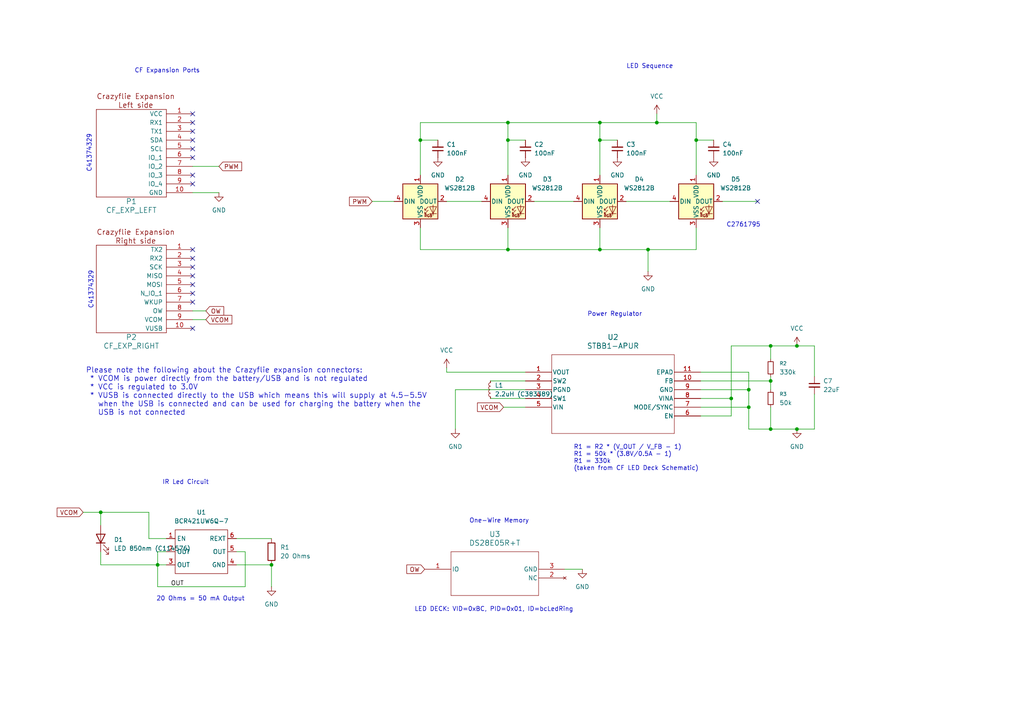
<source format=kicad_sch>
(kicad_sch (version 20250114) (generator "eeschema") (generator_version "9.0")
  (paper "A4")
  (title_block (title "Crazyflie Active Vicon LED Deck") (date "2025-08-07") (rev "v1.0") (company "DASC Lab, University of Michigan"))
  (lib_symbols
    (symbol "CF_EXP_LEFT_2" (pin_names (offset 1.016))
      (property "Reference" "P" (at 0 -13.97 0))
      (property "Value" "CF_EXP_LEFT" (at 0 -16.51 0))
      (symbol "CF_EXP_LEFT_2_0_0"
        (rectangle (start -10.16 12.7) (end 10.16 12.7))
        (rectangle (start -10.16 -12.7) (end -10.16 12.7))
        (rectangle (start 10.16 12.7) (end 10.16 -12.7))
        (rectangle (start 10.16 -12.7) (end -10.16 -12.7))
        (text "Crazyflie Expansion" (at 1.27 16.51 0) (effects (font (size 1.524 1.524))))
        (text "Left side" (at 1.27 13.97 0) (effects (font (size 1.524 1.524))))
      )
      (symbol "CF_EXP_LEFT_2_1_1"
        (pin power_out line (at 17.78 11.43 180) (length 7.62) (name "VCC") (number "1"))
        (pin bidirectional line (at 17.78 8.89 180) (length 7.62) (name "RX1") (number "2"))
        (pin bidirectional line (at 17.78 6.35 180) (length 7.62) (name "TX1") (number "3"))
        (pin output line (at 17.78 3.81 180) (length 7.62) (name "SDA") (number "4"))
        (pin bidirectional line (at 17.78 1.27 180) (length 7.62) (name "SCL") (number "5"))
        (pin bidirectional line (at 17.78 -1.27 180) (length 7.62) (name "IO_1") (number "6"))
        (pin bidirectional line (at 17.78 -3.81 180) (length 7.62) (name "IO_2") (number "7"))
        (pin bidirectional line (at 17.78 -6.35 180) (length 7.62) (name "IO_3") (number "8"))
        (pin bidirectional line (at 17.78 -8.89 180) (length 7.62) (name "IO_4") (number "9"))
        (pin power_out line (at 17.78 -11.43 180) (length 7.62) (name "GND") (number "10"))
      )
    )
    (symbol "CF_EXP_RIGHT_2" (pin_names (offset 1.016))
      (property "Reference" "P" (at 0 -13.97 0))
      (property "Value" "CF_EXP_RIGHT" (at 0 -16.51 0))
      (symbol "CF_EXP_RIGHT_2_0_0"
        (rectangle (start -10.16 12.7) (end 10.16 12.7))
        (rectangle (start -10.16 -12.7) (end -10.16 12.7))
        (rectangle (start 10.16 12.7) (end 10.16 -12.7))
        (rectangle (start 10.16 -12.7) (end -10.16 -12.7))
        (text "Crazyflie Expansion" (at 1.27 16.51 0) (effects (font (size 1.524 1.524))))
        (text "Right side" (at 1.27 13.97 0) (effects (font (size 1.524 1.524))))
      )
      (symbol "CF_EXP_RIGHT_2_1_1"
        (pin bidirectional line (at 17.78 11.43 180) (length 7.62) (name "TX2") (number "1"))
        (pin bidirectional line (at 17.78 8.89 180) (length 7.62) (name "RX2") (number "2"))
        (pin output line (at 17.78 6.35 180) (length 7.62) (name "SCK") (number "3"))
        (pin bidirectional line (at 17.78 3.81 180) (length 7.62) (name "MISO") (number "4"))
        (pin bidirectional line (at 17.78 1.27 180) (length 7.62) (name "MOSI") (number "5"))
        (pin bidirectional line (at 17.78 -1.27 180) (length 7.62) (name "N_IO_1") (number "6"))
        (pin bidirectional line (at 17.78 -3.81 180) (length 7.62) (name "WKUP") (number "7"))
        (pin bidirectional line (at 17.78 -6.35 180) (length 7.62) (name "OW") (number "8"))
        (pin power_out line (at 17.78 -8.89 180) (length 7.62) (name "VCOM") (number "9"))
        (pin power_out line (at 17.78 -11.43 180) (length 7.62) (name "VUSB") (number "10"))
      )
    )
    (symbol "DS28E05:DS28E05R+T" (pin_names (offset 0.254))
      (property "Reference" "U" (at 20.32 10.16 0))
      (property "Value" "DS28E05R+T" (at 20.32 7.62 0))
      (symbol "DS28E05R+T_0_1"
        (polyline (pts (xy 7.62 5.08) (xy 7.62 -7.62)) (stroke (width 0.127)))
        (polyline (pts (xy 7.62 -7.62) (xy 33.02 -7.62)) (stroke (width 0.127)))
        (polyline (pts (xy 33.02 5.08) (xy 7.62 5.08)) (stroke (width 0.127)))
        (polyline (pts (xy 33.02 -7.62) (xy 33.02 5.08)) (stroke (width 0.127)))
        (pin bidirectional line (at 0 0 0) (length 7.62) (name "IO") (number "1"))
        (pin power_in line (at 40.64 0 180) (length 7.62) (name "GND") (number "3"))
        (pin no_connect line (at 40.64 -2.54 180) (length 7.62) (name "NC") (number "2"))
      )
    )
    (symbol "Device:C_Small" (pin_numbers (hide yes)) (pin_names (offset 0.254) (hide yes))
      (property "Reference" "C" (at 0.254 1.778 0))
      (property "Value" "C_Small" (at 0.254 -2.032 0))
      (symbol "C_Small_0_1"
        (polyline (pts (xy -1.524 0.508) (xy 1.524 0.508)) (stroke (width 0.3048)))
        (polyline (pts (xy -1.524 -0.508) (xy 1.524 -0.508)) (stroke (width 0.3302)))
      )
      (symbol "C_Small_1_1"
        (pin passive line (at 0 2.54 270) (length 2.032) (name "~") (number "1"))
        (pin passive line (at 0 -2.54 90) (length 2.032) (name "~") (number "2"))
      )
    )
    (symbol "Device:LED" (pin_numbers (hide yes)) (pin_names (offset 1.016) (hide yes))
      (property "Reference" "D" (at 0 2.54 0))
      (property "Value" "LED" (at 0 -2.54 0))
      (symbol "LED_0_1"
        (polyline (pts (xy -3.048 -0.762) (xy -4.572 -2.286) (xy -3.81 -2.286) (xy -4.572 -2.286) (xy -4.572 -1.524)))
        (polyline (pts (xy -1.778 -0.762) (xy -3.302 -2.286) (xy -2.54 -2.286) (xy -3.302 -2.286) (xy -3.302 -1.524)))
        (polyline (pts (xy -1.27 0) (xy 1.27 0)))
        (polyline (pts (xy -1.27 -1.27) (xy -1.27 1.27)) (stroke (width 0.254)))
        (polyline (pts (xy 1.27 -1.27) (xy 1.27 1.27) (xy -1.27 0) (xy 1.27 -1.27)) (stroke (width 0.254)))
      )
      (symbol "LED_1_1"
        (pin passive line (at -3.81 0 0) (length 2.54) (name "K") (number "1"))
        (pin passive line (at 3.81 0 180) (length 2.54) (name "A") (number "2"))
      )
    )
    (symbol "Device:L_Small" (pin_numbers (hide yes)) (pin_names (offset 0.254) (hide yes))
      (property "Reference" "L" (at 0.762 1.016 0))
      (property "Value" "L_Small" (at 0.762 -1.016 0))
      (symbol "L_Small_0_1"
        (arc (start 0 2.032) (mid 0.5058 1.524) (end 0 1.016))
        (arc (start 0 1.016) (mid 0.5058 0.508) (end 0 0))
        (arc (start 0 0) (mid 0.5058 -0.508) (end 0 -1.016))
        (arc (start 0 -1.016) (mid 0.5058 -1.524) (end 0 -2.032))
      )
      (symbol "L_Small_1_1"
        (pin passive line (at 0 2.54 270) (length 0.508) (name "~") (number "1"))
        (pin passive line (at 0 -2.54 90) (length 0.508) (name "~") (number "2"))
      )
    )
    (symbol "Device:R" (pin_numbers (hide yes)) (pin_names (offset 0))
      (property "Reference" "R" (at 2.032 0 90))
      (property "Value" "R" (at 0 0 90))
      (symbol "R_0_1"
        (rectangle (start -1.016 -2.54) (end 1.016 2.54) (stroke (width 0.254)))
      )
      (symbol "R_1_1"
        (pin passive line (at 0 3.81 270) (length 1.27) (name "~") (number "1"))
        (pin passive line (at 0 -3.81 90) (length 1.27) (name "~") (number "2"))
      )
    )
    (symbol "Device:R_Small" (pin_numbers (hide yes)) (pin_names (offset 0.254) (hide yes))
      (property "Reference" "R" (at 0 0 90))
      (property "Value" "R_Small" (at 1.778 0 90))
      (symbol "R_Small_0_1"
        (rectangle (start -0.762 1.778) (end 0.762 -1.778) (stroke (width 0.2032)))
      )
      (symbol "R_Small_1_1"
        (pin passive line (at 0 2.54 270) (length 0.762) (name "~") (number "1"))
        (pin passive line (at 0 -2.54 90) (length 0.762) (name "~") (number "2"))
      )
    )
    (symbol "LED:WS2812B" (pin_names (offset 0.254))
      (property "Reference" "D" (at 5.08 5.715 0))
      (property "Value" "WS2812B" (at 1.27 -5.715 0))
      (symbol "WS2812B_0_0"
        (text "RGB" (at 2.286 -4.191 0) (effects (font (size 0.762 0.762))))
      )
      (symbol "WS2812B_0_1"
        (polyline (pts (xy 1.27 -2.54) (xy 1.778 -2.54)))
        (polyline (pts (xy 1.27 -3.556) (xy 1.778 -3.556)))
        (polyline (pts (xy 2.286 -1.524) (xy 1.27 -2.54) (xy 1.27 -2.032)))
        (polyline (pts (xy 2.286 -2.54) (xy 1.27 -3.556) (xy 1.27 -3.048)))
        (polyline (pts (xy 3.683 -1.016) (xy 3.683 -3.556) (xy 3.683 -4.064)))
        (polyline (pts (xy 4.699 -1.524) (xy 2.667 -1.524) (xy 3.683 -3.556) (xy 4.699 -1.524)))
        (polyline (pts (xy 4.699 -3.556) (xy 2.667 -3.556)))
        (rectangle (start 5.08 5.08) (end -5.08 -5.08) (stroke (width 0.254)) (fill (type background)))
      )
      (symbol "WS2812B_1_1"
        (pin input line (at -7.62 0 0) (length 2.54) (name "DIN") (number "4"))
        (pin power_in line (at 0 7.62 270) (length 2.54) (name "VDD") (number "1"))
        (pin power_in line (at 0 -7.62 90) (length 2.54) (name "VSS") (number "3"))
        (pin output line (at 7.62 0 180) (length 2.54) (name "DOUT") (number "2"))
      )
    )
    (symbol "LED_Driver_BCR421:BCR421UW6Q-7"
      (property "Reference" "U1" (at 0 11.43 0))
      (property "Value" "BCR421UW6Q-7" (at 0 8.89 0))
      (symbol "BCR421UW6Q-7_0_1"
        (rectangle (start -7.62 6.35) (end 7.62 -6.35))
      )
      (symbol "BCR421UW6Q-7_1_1"
        (pin input line (at -10.16 3.81 0) (length 2.54) (name "EN") (number "1"))
        (pin output line (at -10.16 0 0) (length 2.54) (name "OUT") (number "2"))
        (pin output line (at -10.16 -3.81 0) (length 2.54) (name "OUT") (number "3"))
        (pin input line (at 10.16 3.81 180) (length 2.54) (name "REXT") (number "6"))
        (pin output line (at 10.16 0 180) (length 2.54) (name "OUT") (number "5"))
        (pin power_in line (at 10.16 -3.81 180) (length 2.54) (name "GND") (number "4"))
      )
    )
    (symbol "STBB1-APUR:STBB1-APUR" (pin_names (offset 0.254))
      (property "Reference" "U" (at 25.4 10.16 0))
      (property "Value" "STBB1-APUR" (at 25.4 7.62 0))
      (symbol "STBB1-APUR_0_1"
        (polyline (pts (xy 7.62 5.08) (xy 7.62 -17.78)) (stroke (width 0.127)))
        (polyline (pts (xy 7.62 -17.78) (xy 43.18 -17.78)) (stroke (width 0.127)))
        (polyline (pts (xy 43.18 5.08) (xy 7.62 5.08)) (stroke (width 0.127)))
        (polyline (pts (xy 43.18 -17.78) (xy 43.18 5.08)) (stroke (width 0.127)))
        (pin power_in line (at 0 0 0) (length 7.62) (name "VOUT") (number "1"))
        (pin bidirectional line (at 0 -2.54 0) (length 7.62) (name "SW2") (number "2"))
        (pin power_out line (at 0 -5.08 0) (length 7.62) (name "PGND") (number "3"))
        (pin bidirectional line (at 0 -7.62 0) (length 7.62) (name "SW1") (number "4"))
        (pin power_in line (at 0 -10.16 0) (length 7.62) (name "VIN") (number "5"))
        (pin power_out line (at 50.8 0 180) (length 7.62) (name "EPAD") (number "11"))
        (pin unspecified line (at 50.8 -2.54 180) (length 7.62) (name "FB") (number "10"))
        (pin power_out line (at 50.8 -5.08 180) (length 7.62) (name "GND") (number "9"))
        (pin power_in line (at 50.8 -7.62 180) (length 7.62) (name "VINA") (number "8"))
        (pin unspecified line (at 50.8 -10.16 180) (length 7.62) (name "MODE/SYNC") (number "7"))
        (pin unspecified line (at 50.8 -12.7 180) (length 7.62) (name "EN") (number "6"))
      )
    )
    (symbol "power:GND" (power) (pin_numbers (hide yes)) (pin_names (offset 0) (hide yes))
      (property "Value" "GND" (at 0 -3.81 0))
      (symbol "GND_0_1"
        (polyline (pts (xy 0 0) (xy 0 -1.27) (xy 1.27 -1.27) (xy 0 -2.54) (xy -1.27 -1.27) (xy 0 -1.27)))
      )
      (symbol "GND_1_1"
        (pin power_in line (at 0 0 270) (length 0) (name "~") (number "1"))
      )
    )
    (symbol "power:VCC" (power) (pin_numbers (hide yes)) (pin_names (offset 0) (hide yes))
      (property "Value" "VCC" (at 0 3.556 0))
      (symbol "VCC_0_1"
        (polyline (pts (xy -0.762 1.27) (xy 0 2.54)))
        (polyline (pts (xy 0 2.54) (xy 0.762 1.27)))
        (polyline (pts (xy 0 0) (xy 0 2.54)))
      )
      (symbol "VCC_1_1"
        (pin power_in line (at 0 0 90) (length 0) (name "~") (number "1"))
      )
    )
  )
  (text "C2761795" (at 215.646 65.278 0) (effects (font (size 1.27 1.27))))
  (text "LED Sequence\n" (at 188.468 19.304 0) (effects (font (size 1.27 1.27))))
  (text "CF Expansion Ports" (at 48.514 20.574 0) (effects (font (size 1.27 1.27))))
  (text "R1 = R2 * (V_OUT / V_FB - 1)\nR1 = 50k * (3.8V/0.5A - 1)\nR1 = 330k\n(taken from CF LED Deck Schematic)" (at 166.37 132.842 0) (effects (font (size 1.27 1.27)) (justify left)))
  (text "C41374329" (at 26.416 84.074 90) (effects (font (size 1.27 1.27))))
  (text "IR Led Circuit" (at 53.848 139.954 0) (effects (font (size 1.27 1.27))))
  (text "One-Wire Memory\n" (at 144.78 151.13 0) (effects (font (size 1.27 1.27))))
  (text "Power Regulator\n" (at 178.308 91.186 0) (effects (font (size 1.27 1.27))))
  (text "C41374329" (at 25.908 44.45 90) (effects (font (size 1.27 1.27))))
  (text "20 Ohms = 50 mA Output" (at 58.166 173.736 0) (effects (font (size 1.27 1.27))))
  (text "LED DECK: VID=0xBC, PID=0x01, ID=bcLedRing" (at 143.256 176.784 0) (effects (font (size 1.27 1.27))))
  (text "Please note the following about the Crazyflie expansion connectors:\n * VCOM is power directly from the battery/USB and is not regulated\n * VCC is regulated to 3.0V\n * VUSB is connected directly to the USB which means this will supply at 4.5-5.5V\n   when the USB is connected and can be used for charging the battery when the\n   USB is not connected" (at 24.892 120.65 0) (effects (font (size 1.524 1.524)) (justify left bottom)))
  (junction (at 173.99 72.39))
  (junction (at 187.96 72.39))
  (junction (at 223.52 100.33))
  (junction (at 223.52 124.46))
  (junction (at 147.32 40.64))
  (junction (at 212.09 115.57))
  (junction (at 217.17 118.11))
  (junction (at 78.74 163.83))
  (junction (at 201.93 40.64))
  (junction (at 121.92 40.64))
  (junction (at 231.14 124.46))
  (junction (at 45.72 163.83))
  (junction (at 147.32 35.56))
  (junction (at 29.21 148.59))
  (junction (at 231.14 100.33))
  (junction (at 173.99 35.56))
  (junction (at 173.99 40.64))
  (junction (at 190.5 35.56))
  (junction (at 223.52 110.49))
  (junction (at 147.32 72.39))
  (junction (at 217.17 113.03))
  (no_connect (at 55.88 95.25))
  (no_connect (at 55.88 38.1))
  (no_connect (at 55.88 40.64))
  (no_connect (at 55.88 80.01))
  (no_connect (at 55.88 43.18))
  (no_connect (at 55.88 72.39))
  (no_connect (at 55.88 85.09))
  (no_connect (at 219.71 58.42))
  (no_connect (at 55.88 77.47))
  (no_connect (at 55.88 82.55))
  (no_connect (at 55.88 45.72))
  (no_connect (at 55.88 33.02))
  (no_connect (at 55.88 87.63))
  (no_connect (at 55.88 53.34))
  (no_connect (at 55.88 74.93))
  (no_connect (at 55.88 35.56))
  (no_connect (at 55.88 50.8))
  (wire (pts (xy 201.93 40.64) (xy 207.01 40.64)))
  (wire (pts (xy 129.54 58.42) (xy 139.7 58.42)))
  (wire (pts (xy 146.05 118.11) (xy 152.4 118.11)))
  (wire (pts (xy 68.58 160.02) (xy 71.12 160.02)))
  (wire (pts (xy 78.74 163.83) (xy 78.74 170.18)))
  (wire (pts (xy 24.13 148.59) (xy 29.21 148.59)))
  (wire (pts (xy 212.09 120.65) (xy 212.09 115.57)))
  (wire (pts (xy 173.99 66.04) (xy 173.99 72.39)))
  (wire (pts (xy 147.32 40.64) (xy 152.4 40.64)))
  (wire (pts (xy 217.17 124.46) (xy 223.52 124.46)))
  (wire (pts (xy 147.32 66.04) (xy 147.32 72.39)))
  (wire (pts (xy 43.18 156.21) (xy 48.26 156.21)))
  (wire (pts (xy 223.52 124.46) (xy 231.14 124.46)))
  (wire (pts (xy 55.88 92.71) (xy 59.69 92.71)))
  (wire (pts (xy 223.52 109.22) (xy 223.52 110.49)))
  (wire (pts (xy 29.21 148.59) (xy 43.18 148.59)))
  (wire (pts (xy 29.21 163.83) (xy 45.72 163.83)))
  (wire (pts (xy 71.12 170.18) (xy 45.72 170.18)))
  (wire (pts (xy 236.22 124.46) (xy 231.14 124.46)))
  (wire (pts (xy 173.99 35.56) (xy 190.5 35.56)))
  (wire (pts (xy 201.93 66.04) (xy 201.93 72.39)))
  (wire (pts (xy 68.58 156.21) (xy 78.74 156.21)))
  (wire (pts (xy 68.58 163.83) (xy 78.74 163.83)))
  (wire (pts (xy 121.92 35.56) (xy 147.32 35.56)))
  (wire (pts (xy 203.2 110.49) (xy 223.52 110.49)))
  (wire (pts (xy 223.52 110.49) (xy 223.52 113.03)))
  (wire (pts (xy 212.09 100.33) (xy 223.52 100.33)))
  (wire (pts (xy 55.88 55.88) (xy 63.5 55.88)))
  (wire (pts (xy 129.54 107.95) (xy 129.54 106.68)))
  (wire (pts (xy 107.95 58.42) (xy 114.3 58.42)))
  (wire (pts (xy 29.21 163.83) (xy 29.21 160.02)))
  (wire (pts (xy 181.61 58.42) (xy 194.31 58.42)))
  (wire (pts (xy 152.4 113.03) (xy 132.08 113.03)))
  (wire (pts (xy 217.17 118.11) (xy 217.17 124.46)))
  (wire (pts (xy 236.22 100.33) (xy 231.14 100.33)))
  (wire (pts (xy 147.32 72.39) (xy 173.99 72.39)))
  (wire (pts (xy 147.32 35.56) (xy 147.32 40.64)))
  (wire (pts (xy 45.72 163.83) (xy 48.26 163.83)))
  (wire (pts (xy 223.52 118.11) (xy 223.52 124.46)))
  (wire (pts (xy 43.18 156.21) (xy 43.18 148.59)))
  (wire (pts (xy 152.4 107.95) (xy 129.54 107.95)))
  (wire (pts (xy 203.2 115.57) (xy 212.09 115.57)))
  (wire (pts (xy 55.88 48.26) (xy 63.5 48.26)))
  (wire (pts (xy 163.83 165.1) (xy 168.91 165.1)))
  (wire (pts (xy 173.99 40.64) (xy 173.99 50.8)))
  (wire (pts (xy 173.99 72.39) (xy 187.96 72.39)))
  (wire (pts (xy 236.22 114.3) (xy 236.22 124.46)))
  (wire (pts (xy 223.52 100.33) (xy 223.52 104.14)))
  (wire (pts (xy 201.93 40.64) (xy 201.93 50.8)))
  (wire (pts (xy 187.96 72.39) (xy 187.96 78.74)))
  (wire (pts (xy 121.92 72.39) (xy 147.32 72.39)))
  (wire (pts (xy 209.55 58.42) (xy 219.71 58.42)))
  (wire (pts (xy 152.4 110.49) (xy 142.24 110.49)))
  (wire (pts (xy 173.99 35.56) (xy 173.99 40.64)))
  (wire (pts (xy 147.32 40.64) (xy 147.32 50.8)))
  (wire (pts (xy 121.92 40.64) (xy 121.92 50.8)))
  (wire (pts (xy 121.92 40.64) (xy 127 40.64)))
  (wire (pts (xy 203.2 120.65) (xy 212.09 120.65)))
  (wire (pts (xy 121.92 66.04) (xy 121.92 72.39)))
  (wire (pts (xy 45.72 160.02) (xy 45.72 163.83)))
  (wire (pts (xy 190.5 35.56) (xy 201.93 35.56)))
  (wire (pts (xy 71.12 160.02) (xy 71.12 170.18)))
  (wire (pts (xy 48.26 160.02) (xy 45.72 160.02)))
  (wire (pts (xy 190.5 33.02) (xy 190.5 35.56)))
  (wire (pts (xy 147.32 35.56) (xy 173.99 35.56)))
  (wire (pts (xy 217.17 113.03) (xy 217.17 118.11)))
  (wire (pts (xy 203.2 107.95) (xy 217.17 107.95)))
  (wire (pts (xy 212.09 115.57) (xy 212.09 100.33)))
  (wire (pts (xy 29.21 148.59) (xy 29.21 152.4)))
  (wire (pts (xy 142.24 115.57) (xy 152.4 115.57)))
  (wire (pts (xy 121.92 35.56) (xy 121.92 40.64)))
  (wire (pts (xy 55.88 90.17) (xy 59.69 90.17)))
  (wire (pts (xy 154.94 58.42) (xy 166.37 58.42)))
  (wire (pts (xy 45.72 170.18) (xy 45.72 163.83)))
  (wire (pts (xy 173.99 40.64) (xy 179.07 40.64)))
  (wire (pts (xy 236.22 109.22) (xy 236.22 100.33)))
  (wire (pts (xy 132.08 113.03) (xy 132.08 124.46)))
  (wire (pts (xy 203.2 113.03) (xy 217.17 113.03)))
  (wire (pts (xy 187.96 72.39) (xy 201.93 72.39)))
  (wire (pts (xy 201.93 35.56) (xy 201.93 40.64)))
  (wire (pts (xy 203.2 118.11) (xy 217.17 118.11)))
  (wire (pts (xy 231.14 100.33) (xy 223.52 100.33)))
  (wire (pts (xy 217.17 107.95) (xy 217.17 113.03)))
  (label "OUT" (at 49.53 170.18 0))
  (global_label "PWM" (shape input) (at 107.95 58.42 180) (property "Intersheetrefs" "${INTERSHEET_REFS}" (effects (hide yes))))
  (global_label "PWM" (shape input) (at 63.5 48.26 0) (property "Intersheetrefs" "${INTERSHEET_REFS}" (effects (hide yes))))
  (global_label "OW" (shape input) (at 59.69 90.17 0) (property "Intersheetrefs" "${INTERSHEET_REFS}" (effects (hide yes))))
  (global_label "OW" (shape input) (at 123.19 165.1 180) (property "Intersheetrefs" "${INTERSHEET_REFS}" (effects (hide yes))))
  (global_label "VCOM" (shape input) (at 59.69 92.71 0) (property "Intersheetrefs" "${INTERSHEET_REFS}" (effects (hide yes))))
  (global_label "VCOM" (shape input) (at 146.05 118.11 180) (property "Intersheetrefs" "${INTERSHEET_REFS}" (effects (hide yes))))
  (global_label "VCOM" (shape input) (at 24.13 148.59 180) (property "Intersheetrefs" "${INTERSHEET_REFS}" (effects (hide yes))))
  (symbol (lib_name "CF_EXP_LEFT_2") (lib_id "template-rescue:CF_EXP_LEFT") (at 38.1 44.45 0) (unit 1)
    (property "Reference" "P1" (at 38.1 58.42 0) (effects (font (size 1.524 1.524))))
    (property "Value" "CF_EXP_LEFT" (at 38.1 60.96 0) (effects (font (size 1.524 1.524))))
    (property "Footprint" "CF_EXP:CF_EXP_LEFT" (effects (hide yes)))
  )
  (symbol (lib_name "CF_EXP_RIGHT_2") (lib_id "template-rescue:CF_EXP_RIGHT") (at 38.1 83.82 0) (unit 1)
    (property "Reference" "P2" (at 38.1 97.79 0) (effects (font (size 1.524 1.524))))
    (property "Value" "CF_EXP_RIGHT" (at 38.1 100.33 0) (effects (font (size 1.524 1.524))))
    (property "Footprint" "CF_EXP:CF_EXP_RIGHT" (effects (hide yes)))
  )
  (symbol (lib_id "Device:R_Small") (at 223.52 115.57 0) (unit 1)
    (property "Reference" "R3" (at 226.06 114.2999 0) (effects (font (size 1.016 1.016)) (justify left)))
    (property "Value" "50k" (at 226.06 116.8399 0) (effects (justify left)))
    (property "Footprint" "Resistor_SMD:R_0603_1608Metric" (effects (hide yes)))
    (property "Description" "Resistor, small symbol" (effects (hide yes)))
  )
  (symbol (lib_id "Device:LED") (at 29.21 156.21 90) (unit 1)
    (property "Reference" "D1" (at 33.02 156.5274 90) (effects (justify right)))
    (property "Value" "LED 850nm (C114576)" (at 33.02 159.0674 90) (effects (justify right)))
    (property "Footprint" "LED_SMD:LED_0603_1608Metric" (effects (hide yes)))
    (property "Description" "Light emitting diode" (effects (hide yes)))
    (property "Sim.Pins" "1=K 2=A" (effects (hide yes)))
  )
  (symbol (lib_id "power:GND") (at 168.91 165.1 0) (unit 1)
    (property "Reference" "#PWR015" (effects (hide yes)))
    (property "Value" "GND" (at 168.91 170.18 0))
    (property "Description" "Power symbol creates a global label with name \"GND\" , ground" (effects (hide yes)))
  )
  (symbol (lib_id "Device:R") (at 78.74 160.02 0) (unit 1)
    (property "Reference" "R1" (at 81.28 158.7499 0) (effects (justify left)))
    (property "Value" "20 Ohms" (at 81.28 161.2899 0) (effects (justify left)))
    (property "Footprint" "Resistor_SMD:R_0603_1608Metric" (effects (hide yes)))
    (property "Description" "Resistor" (effects (hide yes)))
  )
  (symbol (lib_id "LED_Driver_BCR421:BCR421UW6Q-7") (at 58.42 160.02 0) (unit 1)
    (property "Reference" "U1" (at 58.42 148.59 0))
    (property "Value" "BCR421UW6Q-7" (at 58.42 151.13 0))
    (property "Footprint" "Package_TO_SOT_SMD:SOT-23-6" (effects (hide yes)))
  )
  (symbol (lib_id "power:GND") (at 207.01 45.72 0) (unit 1)
    (property "Reference" "#PWR010" (effects (hide yes)))
    (property "Value" "GND" (at 207.01 50.8 0))
    (property "Description" "Power symbol creates a global label with name \"GND\" , ground" (effects (hide yes)))
  )
  (symbol (lib_id "Device:L_Small") (at 142.24 113.03 180) (unit 1)
    (property "Reference" "L1" (at 143.51 111.7599 0) (effects (justify right)))
    (property "Value" "2.2uH (C383389)" (at 143.51 114.2999 0) (effects (justify right)))
    (property "Footprint" "Inductor_SMD:L_0402_1005Metric" (effects (hide yes)))
    (property "Description" "Inductor, small symbol" (effects (hide yes)))
  )
  (symbol (lib_id "power:GND") (at 187.96 78.74 0) (unit 1)
    (property "Reference" "#PWR01" (effects (hide yes)))
    (property "Value" "GND" (at 187.96 83.82 0))
    (property "Description" "Power symbol creates a global label with name \"GND\" , ground" (effects (hide yes)))
  )
  (symbol (lib_id "STBB1-APUR:STBB1-APUR") (at 152.4 107.95 0) (unit 1)
    (property "Reference" "U2" (at 177.8 97.79 0) (effects (font (size 1.524 1.524))))
    (property "Value" "STBB1-APUR" (at 177.8 100.33 0) (effects (font (size 1.524 1.524))))
    (property "Footprint" "STBB1-APUR:SON_B1-APUR_STM" (effects (hide yes)))
    (property "Datasheet" "https://www.st.com/resource/en/datasheet/stbb1-axx.pdf" (effects (hide yes)))
  )
  (symbol (lib_id "power:VCC") (at 231.14 100.33 0) (unit 1)
    (property "Reference" "#PWR011" (effects (hide yes)))
    (property "Value" "VCC" (at 231.14 95.25 0))
    (property "Description" "Power symbol creates a global label with name \"VCC\"" (effects (hide yes)))
  )
  (symbol (lib_id "power:GND") (at 152.4 45.72 0) (unit 1)
    (property "Reference" "#PWR06" (effects (hide yes)))
    (property "Value" "GND" (at 152.4 50.8 0))
    (property "Description" "Power symbol creates a global label with name \"GND\" , ground" (effects (hide yes)))
  )
  (symbol (lib_id "LED:WS2812B") (at 121.92 58.42 0) (unit 1)
    (property "Reference" "D2" (at 133.35 51.9998 0))
    (property "Value" "WS2812B" (at 133.35 54.5398 0))
    (property "Footprint" "LED_SMD:LED_WS2812B_PLCC4_5.0x5.0mm_P3.2mm" (effects (hide yes)))
    (property "Datasheet" "https://cdn-shop.adafruit.com/datasheets/WS2812B.pdf" (effects (hide yes)))
    (property "Description" "RGB LED with integrated controller" (effects (hide yes)))
  )
  (symbol (lib_id "Device:R_Small") (at 223.52 106.68 0) (unit 1)
    (property "Reference" "R2" (at 226.06 105.4099 0) (effects (font (size 1.016 1.016)) (justify left)))
    (property "Value" "330k" (at 226.06 107.9499 0) (effects (justify left)))
    (property "Footprint" "Resistor_SMD:R_0603_1608Metric" (effects (hide yes)))
    (property "Description" "Resistor, small symbol" (effects (hide yes)))
  )
  (symbol (lib_id "power:GND") (at 132.08 124.46 0) (unit 1)
    (property "Reference" "#PWR04" (effects (hide yes)))
    (property "Value" "GND" (at 132.08 129.54 0))
    (property "Description" "Power symbol creates a global label with name \"GND\" , ground" (effects (hide yes)))
  )
  (symbol (lib_id "Device:C_Small") (at 152.4 43.18 180) (unit 1)
    (property "Reference" "C2" (at 154.94 41.9035 0) (effects (justify right)))
    (property "Value" "100nF" (at 154.94 44.4435 0) (effects (justify right)))
    (property "Footprint" "Capacitor_SMD:C_0402_1005Metric" (effects (hide yes)))
    (property "Description" "Unpolarized capacitor, small symbol" (effects (hide yes)))
  )
  (symbol (lib_id "Device:C_Small") (at 179.07 43.18 180) (unit 1)
    (property "Reference" "C3" (at 181.61 41.9035 0) (effects (justify right)))
    (property "Value" "100nF" (at 181.61 44.4435 0) (effects (justify right)))
    (property "Footprint" "Capacitor_SMD:C_0402_1005Metric" (effects (hide yes)))
    (property "Description" "Unpolarized capacitor, small symbol" (effects (hide yes)))
  )
  (symbol (lib_id "LED:WS2812B") (at 173.99 58.42 0) (unit 1)
    (property "Reference" "D4" (at 185.42 51.9998 0))
    (property "Value" "WS2812B" (at 185.42 54.5398 0))
    (property "Footprint" "LED_SMD:LED_WS2812B_PLCC4_5.0x5.0mm_P3.2mm" (effects (hide yes)))
    (property "Datasheet" "https://cdn-shop.adafruit.com/datasheets/WS2812B.pdf" (effects (hide yes)))
    (property "Description" "RGB LED with integrated controller" (effects (hide yes)))
  )
  (symbol (lib_id "Device:C_Small") (at 236.22 111.76 0) (unit 1)
    (property "Reference" "C7" (at 238.76 110.4962 0) (effects (justify left)))
    (property "Value" "22uF" (at 238.76 113.0362 0) (effects (justify left)))
    (property "Footprint" "Capacitor_SMD:C_0603_1608Metric" (effects (hide yes)))
    (property "Description" "Unpolarized capacitor, small symbol" (effects (hide yes)))
  )
  (symbol (lib_id "Device:C_Small") (at 127 43.18 180) (unit 1)
    (property "Reference" "C1" (at 129.54 41.9035 0) (effects (justify right)))
    (property "Value" "100nF" (at 129.54 44.4435 0) (effects (justify right)))
    (property "Footprint" "Capacitor_SMD:C_0402_1005Metric" (effects (hide yes)))
    (property "Description" "Unpolarized capacitor, small symbol" (effects (hide yes)))
  )
  (symbol (lib_id "power:VCC") (at 190.5 33.02 0) (unit 1)
    (property "Reference" "#PWR09" (effects (hide yes)))
    (property "Value" "VCC" (at 190.5 27.94 0))
    (property "Description" "Power symbol creates a global label with name \"VCC\"" (effects (hide yes)))
  )
  (symbol (lib_id "power:GND") (at 63.5 55.88 0) (mirror y) (unit 1)
    (property "Reference" "#PWR05" (effects (hide yes)))
    (property "Value" "GND" (at 63.5 60.96 0))
    (property "Description" "Power symbol creates a global label with name \"GND\" , ground" (effects (hide yes)))
  )
  (symbol (lib_id "Device:C_Small") (at 207.01 43.18 180) (unit 1)
    (property "Reference" "C4" (at 209.55 41.9035 0) (effects (justify right)))
    (property "Value" "100nF" (at 209.55 44.4435 0) (effects (justify right)))
    (property "Footprint" "Capacitor_SMD:C_0402_1005Metric" (effects (hide yes)))
    (property "Description" "Unpolarized capacitor, small symbol" (effects (hide yes)))
  )
  (symbol (lib_id "power:GND") (at 231.14 124.46 0) (unit 1)
    (property "Reference" "#PWR013" (effects (hide yes)))
    (property "Value" "GND" (at 231.14 129.54 0))
    (property "Description" "Power symbol creates a global label with name \"GND\" , ground" (effects (hide yes)))
  )
  (symbol (lib_id "LED:WS2812B") (at 201.93 58.42 0) (unit 1)
    (property "Reference" "D5" (at 213.36 51.9998 0))
    (property "Value" "WS2812B" (at 213.36 54.5398 0))
    (property "Footprint" "LED_SMD:LED_WS2812B_PLCC4_5.0x5.0mm_P3.2mm" (effects (hide yes)))
    (property "Datasheet" "https://cdn-shop.adafruit.com/datasheets/WS2812B.pdf" (effects (hide yes)))
    (property "Description" "RGB LED with integrated controller" (effects (hide yes)))
  )
  (symbol (lib_id "power:GND") (at 78.74 170.18 0) (unit 1)
    (property "Reference" "#PWR03" (effects (hide yes)))
    (property "Value" "GND" (at 78.74 175.26 0))
    (property "Description" "Power symbol creates a global label with name \"GND\" , ground" (effects (hide yes)))
  )
  (symbol (lib_id "power:GND") (at 179.07 45.72 0) (unit 1)
    (property "Reference" "#PWR08" (effects (hide yes)))
    (property "Value" "GND" (at 179.07 50.8 0))
    (property "Description" "Power symbol creates a global label with name \"GND\" , ground" (effects (hide yes)))
  )
  (symbol (lib_id "DS28E05:DS28E05R+T") (at 123.19 165.1 0) (unit 1)
    (property "Reference" "U3" (at 143.51 154.94 0) (effects (font (size 1.524 1.524))))
    (property "Value" "DS28E05R+T" (at 143.51 157.48 0) (effects (font (size 1.524 1.524))))
    (property "Footprint" "DS28E05:21-0051H_MXM" (effects (hide yes)))
    (property "Datasheet" "DS28E05R+T" (effects (hide yes)))
  )
  (symbol (lib_id "power:GND") (at 127 45.72 0) (unit 1)
    (property "Reference" "#PWR02" (effects (hide yes)))
    (property "Value" "GND" (at 127 50.8 0))
    (property "Description" "Power symbol creates a global label with name \"GND\" , ground" (effects (hide yes)))
  )
  (symbol (lib_id "power:VCC") (at 129.54 106.68 0) (unit 1)
    (property "Reference" "#PWR07" (effects (hide yes)))
    (property "Value" "VCC" (at 129.54 101.6 0))
    (property "Description" "Power symbol creates a global label with name \"VCC\"" (effects (hide yes)))
  )
  (symbol (lib_id "LED:WS2812B") (at 147.32 58.42 0) (unit 1)
    (property "Reference" "D3" (at 158.75 51.9998 0))
    (property "Value" "WS2812B" (at 158.75 54.5398 0))
    (property "Footprint" "LED_SMD:LED_WS2812B_PLCC4_5.0x5.0mm_P3.2mm" (effects (hide yes)))
    (property "Datasheet" "https://cdn-shop.adafruit.com/datasheets/WS2812B.pdf" (effects (hide yes)))
    (property "Description" "RGB LED with integrated controller" (effects (hide yes)))
  )
)
</source>
